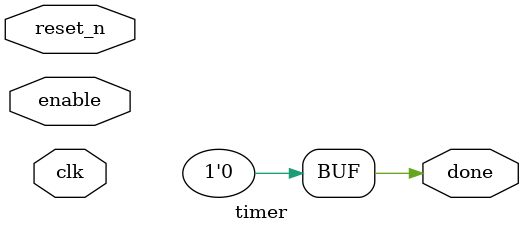
<source format=v>
module timer #(parameter final_value = 4) (
input clk, reset_n, enable,
output done
);
reg [$clog2(final_value)-1:0]Qreg, Qnext;
//sequential
always @(posedge clk or negedge reset_n)
begin
    if(!reset_n)
        Qreg <= 0;
    else if(enable)
        Qreg <= Qnext;
    else
        Qreg <= Qreg;
end
//combinational
always @(*)
begin
    Qnext = (done)?'b0:Qreg + 1;
end
//output
assign done = (Qreg==final_value);
endmodule
</source>
